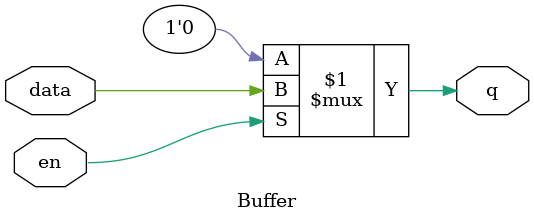
<source format=v>
module Buffer
(
    input data,
    input en,
    output q
);

assign q = en ? (data) : (1'b0);
endmodule
</source>
